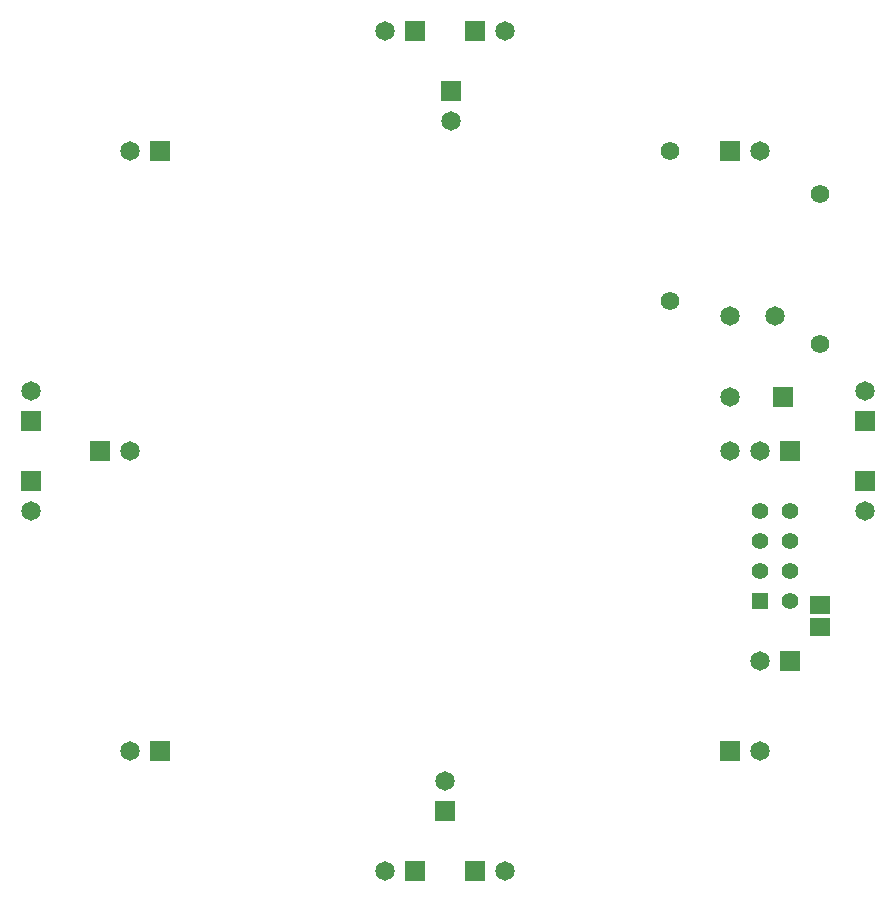
<source format=gts>
G04 -- Generated By PCBWeb Designer*
%FSLAX24Y24*%
%MOIN*%
%OFA0B0*%
%SFA1.0B1.0*%
%AMROTRECT*21,1,$1,$2,0,0,$3*%
%AMROTOBLONG*1,1,$7,$1,$2*1,1,$7,$3,$4*21,1,$5,$6,0,0,$8*%
%ADD10C,0.025*%
%ADD11R,0.045X0.045*%
%ADD12C,0.03*%
%ADD13R,0.055X0.055*%
%ADD14C,0.045*%
%ADD15C,0.055*%
%ADD16C,0.01*%
%ADD17C,0.008*%
%ADD18C,0.024*%
%ADD19C,0.035*%
%ADD20R,0.065X0.065*%
%ADD21C,0.032*%
%ADD22C,0.065*%
%ADD23C,0.005*%
%ADD24C,0.021*%
%ADD25R,0.0591X0.0512*%
%ADD26R,0.0691X0.0612*%
%ADD27R,0.0236X0.0315*%
%ADD28R,0.0336X0.0415*%
%ADD29C,0.033*%
%ADD30C,0.033*%
%ADD31C,0.026*%
%ADD32C,0.015*%
%ADD33C,0.031*%
%ADD34C,0.052*%
%ADD35C,0.062*%
%ADD36C,0.0*%
%ADD37C,0.0275*%
G01*
%LNSTD*%
%LPD*%
G54D13*
X26000Y10500D03*
G54D15*
X27000Y10500D03*
X26000Y11500D03*
X27000Y11500D03*
X26000Y12500D03*
X27000Y12500D03*
X26000Y13500D03*
X27000Y13500D03*
G54D20*
X27000Y8500D03*
G54D22*
X26000Y8500D03*
G54D26*
X28000Y9626D03*
X28000Y10374D03*
G54D20*
X27000Y15500D03*
G54D22*
X26000Y15500D03*
X25000Y15500D03*
G54D20*
X25000Y25500D03*
G54D22*
X26000Y25500D03*
G54D20*
X6000Y5500D03*
G54D22*
X5000Y5500D03*
G54D20*
X25000Y5500D03*
G54D22*
X26000Y5500D03*
G54D20*
X16500Y1500D03*
G54D22*
X17500Y1500D03*
G54D20*
X14500Y29500D03*
G54D22*
X13500Y29500D03*
G54D20*
X29500Y16500D03*
G54D22*
X29500Y17500D03*
G54D20*
X1700Y14500D03*
G54D22*
X1700Y13500D03*
G54D20*
X26750Y17300D03*
G54D22*
X25000Y17300D03*
G54D20*
X14500Y1500D03*
G54D22*
X13500Y1500D03*
G54D20*
X29500Y14500D03*
G54D22*
X29500Y13500D03*
G54D20*
X1700Y16500D03*
G54D22*
X1700Y17500D03*
G54D20*
X16500Y29500D03*
G54D22*
X17500Y29500D03*
G54D20*
X6000Y25500D03*
G54D22*
X5000Y25500D03*
X26500Y20000D03*
X25000Y20000D03*
G54D20*
X4000Y15500D03*
G54D22*
X5000Y15500D03*
G54D20*
X15700Y27500D03*
G54D22*
X15700Y26500D03*
G54D20*
X15500Y3500D03*
G54D22*
X15500Y4500D03*
G54D35*
X23000Y20500D03*
X23000Y25500D03*
X28000Y24050D03*
X28000Y19050D03*
M02*

</source>
